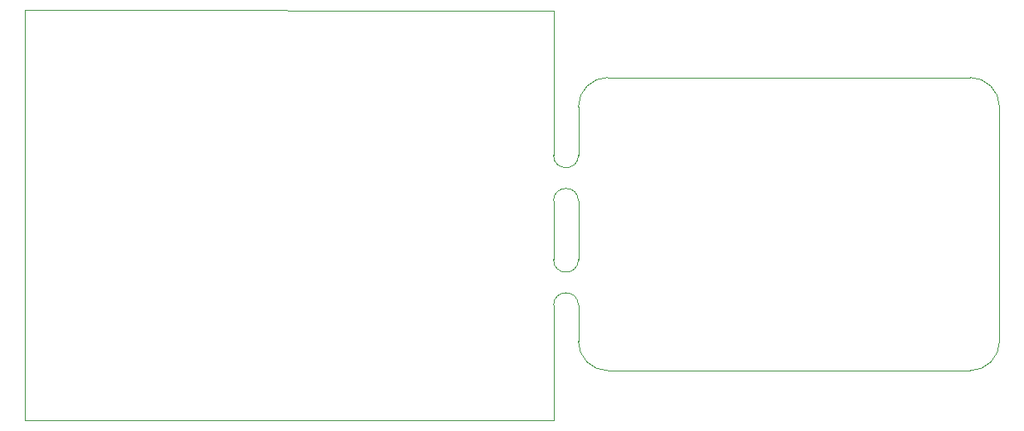
<source format=gbr>
%TF.GenerationSoftware,KiCad,Pcbnew,8.0.6*%
%TF.CreationDate,2025-11-14T22:02:28-06:00*%
%TF.ProjectId,WirelessChargerPCB,57697265-6c65-4737-9343-686172676572,rev?*%
%TF.SameCoordinates,Original*%
%TF.FileFunction,Profile,NP*%
%FSLAX46Y46*%
G04 Gerber Fmt 4.6, Leading zero omitted, Abs format (unit mm)*
G04 Created by KiCad (PCBNEW 8.0.6) date 2025-11-14 22:02:28*
%MOMM*%
%LPD*%
G01*
G04 APERTURE LIST*
%TA.AperFunction,Profile*%
%ADD10C,0.050000*%
%TD*%
G04 APERTURE END LIST*
D10*
X152300000Y-93350000D02*
X152300000Y-88390000D01*
X152300000Y-104040000D02*
X152300000Y-98010000D01*
X152300000Y-112390000D02*
X152300000Y-108700000D01*
X149755000Y-120495000D02*
X149760000Y-108700000D01*
X149760000Y-98010000D02*
X149760000Y-104040000D01*
X149765000Y-78525000D02*
X149760000Y-93350000D01*
X152300000Y-104040000D02*
G75*
G02*
X149760000Y-104040000I-1270000J0D01*
G01*
X149760000Y-108700000D02*
G75*
G02*
X152300000Y-108700000I1270000J0D01*
G01*
X149760000Y-98010000D02*
G75*
G02*
X152300000Y-98010000I1270000J0D01*
G01*
X152300000Y-93350000D02*
G75*
G02*
X149760000Y-93350000I-1270000J0D01*
G01*
X95765000Y-78485000D02*
X149765000Y-78525000D01*
X95755000Y-120455000D02*
X149755000Y-120495000D01*
X155300000Y-85390000D02*
X192300000Y-85390000D01*
X152300000Y-88390000D02*
G75*
G02*
X155300000Y-85390000I3000000J0D01*
G01*
X192300000Y-85390000D02*
G75*
G02*
X195300000Y-88390000I0J-3000000D01*
G01*
X192300000Y-115390000D02*
X155300000Y-115390000D01*
X95755000Y-120455000D02*
X95765000Y-78485000D01*
X195300000Y-112390000D02*
G75*
G02*
X192300000Y-115390000I-3000000J0D01*
G01*
X195300000Y-88390000D02*
X195300000Y-112390000D01*
X155300000Y-115390000D02*
G75*
G02*
X152300000Y-112390000I0J3000000D01*
G01*
M02*

</source>
